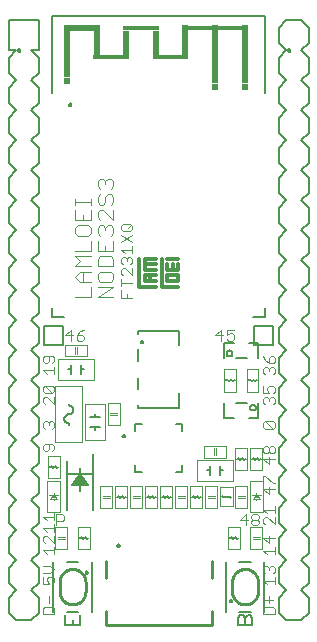
<source format=gto>
G75*
%MOIN*%
%OFA0B0*%
%FSLAX25Y25*%
%IPPOS*%
%LPD*%
%AMOC8*
5,1,8,0,0,1.08239X$1,22.5*
%
%ADD10C,0.00300*%
%ADD11C,0.00400*%
%ADD12C,0.00700*%
%ADD13C,0.00787*%
%ADD14C,0.00800*%
%ADD15C,0.01000*%
%ADD16C,0.00500*%
%ADD17C,0.00100*%
%ADD18C,0.00394*%
%ADD19C,0.00600*%
%ADD20C,0.01200*%
%ADD21R,0.02117X0.17521*%
%ADD22R,0.11867X0.01867*%
%ADD23R,0.02062X0.09639*%
%ADD24R,0.11874X0.01831*%
%ADD25R,0.02025X0.09616*%
%ADD26R,0.11856X0.01752*%
%ADD27R,0.01978X0.09612*%
%ADD28R,0.11822X0.01704*%
%ADD29R,0.01923X0.09572*%
%ADD30R,0.21593X0.01805*%
%ADD31R,0.01867X0.19540*%
%ADD32R,0.01900X0.19531*%
%ADD33R,0.01878X0.01846*%
%ADD34R,0.01913X0.01851*%
%ADD35R,0.02056X0.01859*%
%ADD36R,0.01931X0.05650*%
D10*
X0015697Y0007209D02*
X0015697Y0009060D01*
X0016314Y0009677D01*
X0018783Y0009677D01*
X0019400Y0009060D01*
X0019400Y0007209D01*
X0015697Y0007209D01*
X0017548Y0010892D02*
X0017548Y0013361D01*
X0017548Y0017209D02*
X0015697Y0017209D01*
X0015697Y0019677D01*
X0015697Y0020892D02*
X0018166Y0020892D01*
X0019400Y0022126D01*
X0018166Y0023361D01*
X0015697Y0023361D01*
X0016931Y0027209D02*
X0015697Y0028443D01*
X0019400Y0028443D01*
X0019400Y0027209D02*
X0019400Y0029677D01*
X0019400Y0030892D02*
X0016931Y0033361D01*
X0016314Y0033361D01*
X0015697Y0032743D01*
X0015697Y0031509D01*
X0016314Y0030892D01*
X0019400Y0030892D02*
X0019400Y0033361D01*
X0019400Y0034709D02*
X0019400Y0037177D01*
X0020142Y0036825D02*
X0020142Y0040528D01*
X0021993Y0040528D01*
X0022611Y0039911D01*
X0022611Y0038677D01*
X0021993Y0038059D01*
X0020142Y0038059D01*
X0019400Y0038392D02*
X0019400Y0040861D01*
X0019400Y0039626D02*
X0015697Y0039626D01*
X0016931Y0038392D01*
X0015697Y0035943D02*
X0019400Y0035943D01*
X0016931Y0034709D02*
X0015697Y0035943D01*
X0017548Y0019677D02*
X0016931Y0019060D01*
X0016931Y0018443D01*
X0017548Y0017209D01*
X0018783Y0017209D02*
X0019400Y0017826D01*
X0019400Y0019060D01*
X0018783Y0019677D01*
X0017548Y0019677D01*
X0016931Y0061517D02*
X0017548Y0062134D01*
X0017548Y0063986D01*
X0016314Y0063986D02*
X0015697Y0063368D01*
X0015697Y0062134D01*
X0016314Y0061517D01*
X0016931Y0061517D01*
X0016314Y0063986D02*
X0018783Y0063986D01*
X0019400Y0063368D01*
X0019400Y0062134D01*
X0018783Y0061517D01*
X0018783Y0069017D02*
X0019400Y0069634D01*
X0019400Y0070868D01*
X0018783Y0071486D01*
X0018166Y0071486D01*
X0017548Y0070868D01*
X0017548Y0070251D01*
X0017548Y0070868D02*
X0016931Y0071486D01*
X0016314Y0071486D01*
X0015697Y0070868D01*
X0015697Y0069634D01*
X0016314Y0069017D01*
X0016314Y0077209D02*
X0015697Y0077826D01*
X0015697Y0079060D01*
X0016314Y0079677D01*
X0016931Y0079677D01*
X0019400Y0077209D01*
X0019400Y0079677D01*
X0018783Y0080892D02*
X0016314Y0083361D01*
X0018783Y0083361D01*
X0019400Y0082743D01*
X0019400Y0081509D01*
X0018783Y0080892D01*
X0016314Y0080892D01*
X0015697Y0081509D01*
X0015697Y0082743D01*
X0016314Y0083361D01*
X0016931Y0087209D02*
X0015697Y0088443D01*
X0019400Y0088443D01*
X0019400Y0087209D02*
X0019400Y0089677D01*
X0018783Y0090892D02*
X0019400Y0091509D01*
X0019400Y0092743D01*
X0018783Y0093361D01*
X0016314Y0093361D01*
X0015697Y0092743D01*
X0015697Y0091509D01*
X0016314Y0090892D01*
X0016931Y0090892D01*
X0017548Y0091509D01*
X0017548Y0093361D01*
X0023200Y0100177D02*
X0025669Y0100177D01*
X0026883Y0100177D02*
X0028735Y0100177D01*
X0029352Y0099559D01*
X0029352Y0098942D01*
X0028735Y0098325D01*
X0027500Y0098325D01*
X0026883Y0098942D01*
X0026883Y0100177D01*
X0028118Y0101411D01*
X0029352Y0102028D01*
X0025052Y0102028D02*
X0025052Y0098325D01*
X0023200Y0100177D02*
X0025052Y0102028D01*
X0041697Y0112700D02*
X0041697Y0115169D01*
X0041697Y0116383D02*
X0041697Y0118852D01*
X0041697Y0117618D02*
X0045400Y0117618D01*
X0043548Y0113934D02*
X0043548Y0112700D01*
X0041697Y0112700D02*
X0045400Y0112700D01*
X0045400Y0120066D02*
X0042931Y0122535D01*
X0042314Y0122535D01*
X0041697Y0121918D01*
X0041697Y0120683D01*
X0042314Y0120066D01*
X0042314Y0123749D02*
X0041697Y0124367D01*
X0041697Y0125601D01*
X0042314Y0126218D01*
X0042931Y0126218D01*
X0043548Y0125601D01*
X0044166Y0126218D01*
X0044783Y0126218D01*
X0045400Y0125601D01*
X0045400Y0124367D01*
X0044783Y0123749D01*
X0045400Y0122535D02*
X0045400Y0120066D01*
X0043548Y0124984D02*
X0043548Y0125601D01*
X0042931Y0127433D02*
X0041697Y0128667D01*
X0045400Y0128667D01*
X0045400Y0127433D02*
X0045400Y0129901D01*
X0045400Y0131116D02*
X0041697Y0133584D01*
X0042314Y0134799D02*
X0041697Y0135416D01*
X0041697Y0136650D01*
X0042314Y0137268D01*
X0044783Y0137268D01*
X0045400Y0136650D01*
X0045400Y0135416D01*
X0044783Y0134799D01*
X0042314Y0134799D01*
X0044166Y0136033D02*
X0045400Y0137268D01*
X0045400Y0133584D02*
X0041697Y0131116D01*
X0073200Y0100177D02*
X0075669Y0100177D01*
X0076883Y0100177D02*
X0076883Y0102028D01*
X0079352Y0102028D01*
X0078735Y0100794D02*
X0079352Y0100177D01*
X0079352Y0098942D01*
X0078735Y0098325D01*
X0077500Y0098325D01*
X0076883Y0098942D01*
X0076883Y0100177D02*
X0078118Y0100794D01*
X0078735Y0100794D01*
X0075052Y0102028D02*
X0075052Y0098325D01*
X0073200Y0100177D02*
X0075052Y0102028D01*
X0089197Y0093227D02*
X0089814Y0091993D01*
X0091048Y0090758D01*
X0091048Y0092610D01*
X0091666Y0093227D01*
X0092283Y0093227D01*
X0092900Y0092610D01*
X0092900Y0091375D01*
X0092283Y0090758D01*
X0091048Y0090758D01*
X0090431Y0089544D02*
X0089814Y0089544D01*
X0089197Y0088927D01*
X0089197Y0087692D01*
X0089814Y0087075D01*
X0091048Y0088309D02*
X0091048Y0088927D01*
X0091666Y0089544D01*
X0092283Y0089544D01*
X0092900Y0088927D01*
X0092900Y0087692D01*
X0092283Y0087075D01*
X0091048Y0088927D02*
X0090431Y0089544D01*
X0091048Y0083227D02*
X0092283Y0083227D01*
X0092900Y0082610D01*
X0092900Y0081375D01*
X0092283Y0080758D01*
X0092283Y0079544D02*
X0092900Y0078927D01*
X0092900Y0077692D01*
X0092283Y0077075D01*
X0091048Y0078309D02*
X0091048Y0078927D01*
X0091666Y0079544D01*
X0092283Y0079544D01*
X0091048Y0078927D02*
X0090431Y0079544D01*
X0089814Y0079544D01*
X0089197Y0078927D01*
X0089197Y0077692D01*
X0089814Y0077075D01*
X0089197Y0080758D02*
X0091048Y0080758D01*
X0090431Y0081993D01*
X0090431Y0082610D01*
X0091048Y0083227D01*
X0089197Y0083227D02*
X0089197Y0080758D01*
X0089814Y0071419D02*
X0092283Y0068950D01*
X0092900Y0069567D01*
X0092900Y0070802D01*
X0092283Y0071419D01*
X0089814Y0071419D01*
X0089197Y0070802D01*
X0089197Y0069567D01*
X0089814Y0068950D01*
X0092283Y0068950D01*
X0092283Y0063227D02*
X0092900Y0062610D01*
X0092900Y0061375D01*
X0092283Y0060758D01*
X0091666Y0060758D01*
X0091048Y0061375D01*
X0091048Y0062610D01*
X0091666Y0063227D01*
X0092283Y0063227D01*
X0091048Y0062610D02*
X0090431Y0063227D01*
X0089814Y0063227D01*
X0089197Y0062610D01*
X0089197Y0061375D01*
X0089814Y0060758D01*
X0090431Y0060758D01*
X0091048Y0061375D01*
X0091048Y0059544D02*
X0091048Y0057075D01*
X0089197Y0058927D01*
X0092900Y0058927D01*
X0089814Y0053227D02*
X0092283Y0050758D01*
X0092900Y0050758D01*
X0092900Y0048927D02*
X0089197Y0048927D01*
X0091048Y0047075D01*
X0091048Y0049544D01*
X0089197Y0050758D02*
X0089197Y0053227D01*
X0089814Y0053227D01*
X0092900Y0043227D02*
X0092900Y0040758D01*
X0092900Y0039544D02*
X0092900Y0037075D01*
X0090431Y0039544D01*
X0089814Y0039544D01*
X0089197Y0038927D01*
X0089197Y0037692D01*
X0089814Y0037075D01*
X0087611Y0037442D02*
X0086993Y0036825D01*
X0085759Y0036825D01*
X0085142Y0037442D01*
X0085142Y0038059D01*
X0085759Y0038677D01*
X0086993Y0038677D01*
X0087611Y0038059D01*
X0087611Y0037442D01*
X0086993Y0038677D02*
X0087611Y0039294D01*
X0087611Y0039911D01*
X0086993Y0040528D01*
X0085759Y0040528D01*
X0085142Y0039911D01*
X0085142Y0039294D01*
X0085759Y0038677D01*
X0083927Y0038677D02*
X0081459Y0038677D01*
X0083310Y0040528D01*
X0083310Y0036825D01*
X0089197Y0032610D02*
X0091048Y0030758D01*
X0091048Y0033227D01*
X0089197Y0032610D02*
X0092900Y0032610D01*
X0092900Y0029544D02*
X0092900Y0027075D01*
X0092900Y0028309D02*
X0089197Y0028309D01*
X0090431Y0027075D01*
X0090431Y0023227D02*
X0089814Y0023227D01*
X0089197Y0022610D01*
X0089197Y0021375D01*
X0089814Y0020758D01*
X0091048Y0021993D02*
X0091048Y0022610D01*
X0091666Y0023227D01*
X0092283Y0023227D01*
X0092900Y0022610D01*
X0092900Y0021375D01*
X0092283Y0020758D01*
X0092900Y0019544D02*
X0092900Y0017075D01*
X0092900Y0018309D02*
X0089197Y0018309D01*
X0090431Y0017075D01*
X0091048Y0013227D02*
X0091048Y0010758D01*
X0089814Y0009544D02*
X0089197Y0008927D01*
X0089197Y0007075D01*
X0092900Y0007075D01*
X0092900Y0008927D01*
X0092283Y0009544D01*
X0089814Y0009544D01*
X0089814Y0011993D02*
X0092283Y0011993D01*
X0091048Y0022610D02*
X0090431Y0023227D01*
X0090431Y0040758D02*
X0089197Y0041993D01*
X0092900Y0041993D01*
D11*
X0039100Y0112750D02*
X0033896Y0112750D01*
X0039100Y0116220D01*
X0033896Y0116220D01*
X0034763Y0117906D02*
X0033896Y0118774D01*
X0033896Y0120509D01*
X0034763Y0121376D01*
X0038233Y0121376D01*
X0039100Y0120509D01*
X0039100Y0118774D01*
X0038233Y0117906D01*
X0034763Y0117906D01*
X0033896Y0123063D02*
X0033896Y0125665D01*
X0034763Y0126532D01*
X0038233Y0126532D01*
X0039100Y0125665D01*
X0039100Y0123063D01*
X0033896Y0123063D01*
X0031600Y0123063D02*
X0026396Y0123063D01*
X0028130Y0124798D01*
X0026396Y0126532D01*
X0031600Y0126532D01*
X0031600Y0128219D02*
X0031600Y0131689D01*
X0030733Y0133376D02*
X0031600Y0134243D01*
X0031600Y0135978D01*
X0030733Y0136845D01*
X0027263Y0136845D01*
X0026396Y0135978D01*
X0026396Y0134243D01*
X0027263Y0133376D01*
X0030733Y0133376D01*
X0031600Y0138532D02*
X0031600Y0142002D01*
X0031600Y0143688D02*
X0031600Y0145423D01*
X0031600Y0144556D02*
X0026396Y0144556D01*
X0026396Y0145423D02*
X0026396Y0143688D01*
X0026396Y0142002D02*
X0026396Y0138532D01*
X0031600Y0138532D01*
X0033896Y0139399D02*
X0033896Y0141134D01*
X0034763Y0142002D01*
X0035630Y0142002D01*
X0039100Y0138532D01*
X0039100Y0142002D01*
X0038233Y0143688D02*
X0039100Y0144556D01*
X0039100Y0146291D01*
X0038233Y0147158D01*
X0037365Y0147158D01*
X0036498Y0146291D01*
X0036498Y0144556D01*
X0035630Y0143688D01*
X0034763Y0143688D01*
X0033896Y0144556D01*
X0033896Y0146291D01*
X0034763Y0147158D01*
X0034763Y0148845D02*
X0033896Y0149712D01*
X0033896Y0151447D01*
X0034763Y0152314D01*
X0035630Y0152314D01*
X0036498Y0151447D01*
X0037365Y0152314D01*
X0038233Y0152314D01*
X0039100Y0151447D01*
X0039100Y0149712D01*
X0038233Y0148845D01*
X0036498Y0150580D02*
X0036498Y0151447D01*
X0033896Y0139399D02*
X0034763Y0138532D01*
X0034763Y0136845D02*
X0035630Y0136845D01*
X0036498Y0135978D01*
X0037365Y0136845D01*
X0038233Y0136845D01*
X0039100Y0135978D01*
X0039100Y0134243D01*
X0038233Y0133376D01*
X0039100Y0131689D02*
X0039100Y0128219D01*
X0033896Y0128219D01*
X0033896Y0131689D01*
X0034763Y0133376D02*
X0033896Y0134243D01*
X0033896Y0135978D01*
X0034763Y0136845D01*
X0036498Y0135978D02*
X0036498Y0135110D01*
X0036498Y0129954D02*
X0036498Y0128219D01*
X0031600Y0128219D02*
X0026396Y0128219D01*
X0028130Y0121376D02*
X0031600Y0121376D01*
X0031600Y0117906D02*
X0028130Y0117906D01*
X0026396Y0119641D01*
X0028130Y0121376D01*
X0028998Y0121376D02*
X0028998Y0117906D01*
X0031600Y0116220D02*
X0031600Y0112750D01*
X0026396Y0112750D01*
X0028998Y0138532D02*
X0028998Y0140267D01*
D12*
X0028012Y0006794D02*
X0028012Y0003525D01*
X0023108Y0003525D01*
X0023108Y0006794D01*
X0025560Y0005160D02*
X0025560Y0003525D01*
X0080608Y0003525D02*
X0080608Y0005977D01*
X0081426Y0006794D01*
X0082243Y0006794D01*
X0083060Y0005977D01*
X0083060Y0003525D01*
X0083060Y0005977D02*
X0083878Y0006794D01*
X0084695Y0006794D01*
X0085513Y0005977D01*
X0085513Y0003525D01*
X0080608Y0003525D01*
D13*
X0077932Y0011576D02*
X0077934Y0011615D01*
X0077940Y0011654D01*
X0077950Y0011692D01*
X0077963Y0011729D01*
X0077980Y0011764D01*
X0078000Y0011798D01*
X0078024Y0011829D01*
X0078051Y0011858D01*
X0078080Y0011884D01*
X0078112Y0011907D01*
X0078146Y0011927D01*
X0078182Y0011943D01*
X0078219Y0011955D01*
X0078258Y0011964D01*
X0078297Y0011969D01*
X0078336Y0011970D01*
X0078375Y0011967D01*
X0078414Y0011960D01*
X0078451Y0011949D01*
X0078488Y0011935D01*
X0078523Y0011917D01*
X0078556Y0011896D01*
X0078587Y0011871D01*
X0078615Y0011844D01*
X0078640Y0011814D01*
X0078662Y0011781D01*
X0078681Y0011747D01*
X0078696Y0011711D01*
X0078708Y0011673D01*
X0078716Y0011635D01*
X0078720Y0011596D01*
X0078720Y0011556D01*
X0078716Y0011517D01*
X0078708Y0011479D01*
X0078696Y0011441D01*
X0078681Y0011405D01*
X0078662Y0011371D01*
X0078640Y0011338D01*
X0078615Y0011308D01*
X0078587Y0011281D01*
X0078556Y0011256D01*
X0078523Y0011235D01*
X0078488Y0011217D01*
X0078451Y0011203D01*
X0078414Y0011192D01*
X0078375Y0011185D01*
X0078336Y0011182D01*
X0078297Y0011183D01*
X0078258Y0011188D01*
X0078219Y0011197D01*
X0078182Y0011209D01*
X0078146Y0011225D01*
X0078112Y0011245D01*
X0078080Y0011268D01*
X0078051Y0011294D01*
X0078024Y0011323D01*
X0078000Y0011354D01*
X0077980Y0011388D01*
X0077963Y0011423D01*
X0077950Y0011460D01*
X0077940Y0011498D01*
X0077934Y0011537D01*
X0077932Y0011576D01*
X0042193Y0066487D02*
X0042195Y0066526D01*
X0042201Y0066565D01*
X0042211Y0066603D01*
X0042224Y0066640D01*
X0042241Y0066675D01*
X0042261Y0066709D01*
X0042285Y0066740D01*
X0042312Y0066769D01*
X0042341Y0066795D01*
X0042373Y0066818D01*
X0042407Y0066838D01*
X0042443Y0066854D01*
X0042480Y0066866D01*
X0042519Y0066875D01*
X0042558Y0066880D01*
X0042597Y0066881D01*
X0042636Y0066878D01*
X0042675Y0066871D01*
X0042712Y0066860D01*
X0042749Y0066846D01*
X0042784Y0066828D01*
X0042817Y0066807D01*
X0042848Y0066782D01*
X0042876Y0066755D01*
X0042901Y0066725D01*
X0042923Y0066692D01*
X0042942Y0066658D01*
X0042957Y0066622D01*
X0042969Y0066584D01*
X0042977Y0066546D01*
X0042981Y0066507D01*
X0042981Y0066467D01*
X0042977Y0066428D01*
X0042969Y0066390D01*
X0042957Y0066352D01*
X0042942Y0066316D01*
X0042923Y0066282D01*
X0042901Y0066249D01*
X0042876Y0066219D01*
X0042848Y0066192D01*
X0042817Y0066167D01*
X0042784Y0066146D01*
X0042749Y0066128D01*
X0042712Y0066114D01*
X0042675Y0066103D01*
X0042636Y0066096D01*
X0042597Y0066093D01*
X0042558Y0066094D01*
X0042519Y0066099D01*
X0042480Y0066108D01*
X0042443Y0066120D01*
X0042407Y0066136D01*
X0042373Y0066156D01*
X0042341Y0066179D01*
X0042312Y0066205D01*
X0042285Y0066234D01*
X0042261Y0066265D01*
X0042241Y0066299D01*
X0042224Y0066334D01*
X0042211Y0066371D01*
X0042201Y0066409D01*
X0042195Y0066448D01*
X0042193Y0066487D01*
X0048296Y0097855D02*
X0048298Y0097894D01*
X0048304Y0097933D01*
X0048314Y0097971D01*
X0048327Y0098008D01*
X0048344Y0098043D01*
X0048364Y0098077D01*
X0048388Y0098108D01*
X0048415Y0098137D01*
X0048444Y0098163D01*
X0048476Y0098186D01*
X0048510Y0098206D01*
X0048546Y0098222D01*
X0048583Y0098234D01*
X0048622Y0098243D01*
X0048661Y0098248D01*
X0048700Y0098249D01*
X0048739Y0098246D01*
X0048778Y0098239D01*
X0048815Y0098228D01*
X0048852Y0098214D01*
X0048887Y0098196D01*
X0048920Y0098175D01*
X0048951Y0098150D01*
X0048979Y0098123D01*
X0049004Y0098093D01*
X0049026Y0098060D01*
X0049045Y0098026D01*
X0049060Y0097990D01*
X0049072Y0097952D01*
X0049080Y0097914D01*
X0049084Y0097875D01*
X0049084Y0097835D01*
X0049080Y0097796D01*
X0049072Y0097758D01*
X0049060Y0097720D01*
X0049045Y0097684D01*
X0049026Y0097650D01*
X0049004Y0097617D01*
X0048979Y0097587D01*
X0048951Y0097560D01*
X0048920Y0097535D01*
X0048887Y0097514D01*
X0048852Y0097496D01*
X0048815Y0097482D01*
X0048778Y0097471D01*
X0048739Y0097464D01*
X0048700Y0097461D01*
X0048661Y0097462D01*
X0048622Y0097467D01*
X0048583Y0097476D01*
X0048546Y0097488D01*
X0048510Y0097504D01*
X0048476Y0097524D01*
X0048444Y0097547D01*
X0048415Y0097573D01*
X0048388Y0097602D01*
X0048364Y0097633D01*
X0048344Y0097667D01*
X0048327Y0097702D01*
X0048314Y0097739D01*
X0048304Y0097777D01*
X0048298Y0097816D01*
X0048296Y0097855D01*
X0040520Y0030050D02*
X0040522Y0030089D01*
X0040528Y0030128D01*
X0040538Y0030166D01*
X0040551Y0030203D01*
X0040568Y0030238D01*
X0040588Y0030272D01*
X0040612Y0030303D01*
X0040639Y0030332D01*
X0040668Y0030358D01*
X0040700Y0030381D01*
X0040734Y0030401D01*
X0040770Y0030417D01*
X0040807Y0030429D01*
X0040846Y0030438D01*
X0040885Y0030443D01*
X0040924Y0030444D01*
X0040963Y0030441D01*
X0041002Y0030434D01*
X0041039Y0030423D01*
X0041076Y0030409D01*
X0041111Y0030391D01*
X0041144Y0030370D01*
X0041175Y0030345D01*
X0041203Y0030318D01*
X0041228Y0030288D01*
X0041250Y0030255D01*
X0041269Y0030221D01*
X0041284Y0030185D01*
X0041296Y0030147D01*
X0041304Y0030109D01*
X0041308Y0030070D01*
X0041308Y0030030D01*
X0041304Y0029991D01*
X0041296Y0029953D01*
X0041284Y0029915D01*
X0041269Y0029879D01*
X0041250Y0029845D01*
X0041228Y0029812D01*
X0041203Y0029782D01*
X0041175Y0029755D01*
X0041144Y0029730D01*
X0041111Y0029709D01*
X0041076Y0029691D01*
X0041039Y0029677D01*
X0041002Y0029666D01*
X0040963Y0029659D01*
X0040924Y0029656D01*
X0040885Y0029657D01*
X0040846Y0029662D01*
X0040807Y0029671D01*
X0040770Y0029683D01*
X0040734Y0029699D01*
X0040700Y0029719D01*
X0040668Y0029742D01*
X0040639Y0029768D01*
X0040612Y0029797D01*
X0040588Y0029828D01*
X0040568Y0029862D01*
X0040551Y0029897D01*
X0040538Y0029934D01*
X0040528Y0029972D01*
X0040522Y0030011D01*
X0040520Y0030050D01*
X0029880Y0021024D02*
X0029882Y0021063D01*
X0029888Y0021102D01*
X0029898Y0021140D01*
X0029911Y0021177D01*
X0029928Y0021212D01*
X0029948Y0021246D01*
X0029972Y0021277D01*
X0029999Y0021306D01*
X0030028Y0021332D01*
X0030060Y0021355D01*
X0030094Y0021375D01*
X0030130Y0021391D01*
X0030167Y0021403D01*
X0030206Y0021412D01*
X0030245Y0021417D01*
X0030284Y0021418D01*
X0030323Y0021415D01*
X0030362Y0021408D01*
X0030399Y0021397D01*
X0030436Y0021383D01*
X0030471Y0021365D01*
X0030504Y0021344D01*
X0030535Y0021319D01*
X0030563Y0021292D01*
X0030588Y0021262D01*
X0030610Y0021229D01*
X0030629Y0021195D01*
X0030644Y0021159D01*
X0030656Y0021121D01*
X0030664Y0021083D01*
X0030668Y0021044D01*
X0030668Y0021004D01*
X0030664Y0020965D01*
X0030656Y0020927D01*
X0030644Y0020889D01*
X0030629Y0020853D01*
X0030610Y0020819D01*
X0030588Y0020786D01*
X0030563Y0020756D01*
X0030535Y0020729D01*
X0030504Y0020704D01*
X0030471Y0020683D01*
X0030436Y0020665D01*
X0030399Y0020651D01*
X0030362Y0020640D01*
X0030323Y0020633D01*
X0030284Y0020630D01*
X0030245Y0020631D01*
X0030206Y0020636D01*
X0030167Y0020645D01*
X0030130Y0020657D01*
X0030094Y0020673D01*
X0030060Y0020693D01*
X0030028Y0020716D01*
X0029999Y0020742D01*
X0029972Y0020771D01*
X0029948Y0020802D01*
X0029928Y0020836D01*
X0029911Y0020871D01*
X0029898Y0020908D01*
X0029888Y0020946D01*
X0029882Y0020985D01*
X0029880Y0021024D01*
X0024378Y0177009D02*
X0024380Y0177048D01*
X0024386Y0177087D01*
X0024396Y0177125D01*
X0024409Y0177162D01*
X0024426Y0177197D01*
X0024446Y0177231D01*
X0024470Y0177262D01*
X0024497Y0177291D01*
X0024526Y0177317D01*
X0024558Y0177340D01*
X0024592Y0177360D01*
X0024628Y0177376D01*
X0024665Y0177388D01*
X0024704Y0177397D01*
X0024743Y0177402D01*
X0024782Y0177403D01*
X0024821Y0177400D01*
X0024860Y0177393D01*
X0024897Y0177382D01*
X0024934Y0177368D01*
X0024969Y0177350D01*
X0025002Y0177329D01*
X0025033Y0177304D01*
X0025061Y0177277D01*
X0025086Y0177247D01*
X0025108Y0177214D01*
X0025127Y0177180D01*
X0025142Y0177144D01*
X0025154Y0177106D01*
X0025162Y0177068D01*
X0025166Y0177029D01*
X0025166Y0176989D01*
X0025162Y0176950D01*
X0025154Y0176912D01*
X0025142Y0176874D01*
X0025127Y0176838D01*
X0025108Y0176804D01*
X0025086Y0176771D01*
X0025061Y0176741D01*
X0025033Y0176714D01*
X0025002Y0176689D01*
X0024969Y0176668D01*
X0024934Y0176650D01*
X0024897Y0176636D01*
X0024860Y0176625D01*
X0024821Y0176618D01*
X0024782Y0176615D01*
X0024743Y0176616D01*
X0024704Y0176621D01*
X0024665Y0176630D01*
X0024628Y0176642D01*
X0024592Y0176658D01*
X0024558Y0176678D01*
X0024526Y0176701D01*
X0024497Y0176727D01*
X0024470Y0176756D01*
X0024446Y0176787D01*
X0024426Y0176821D01*
X0024409Y0176856D01*
X0024396Y0176893D01*
X0024386Y0176931D01*
X0024380Y0176970D01*
X0024378Y0177009D01*
X0007343Y0195050D02*
X0007345Y0195089D01*
X0007351Y0195128D01*
X0007361Y0195166D01*
X0007374Y0195203D01*
X0007391Y0195238D01*
X0007411Y0195272D01*
X0007435Y0195303D01*
X0007462Y0195332D01*
X0007491Y0195358D01*
X0007523Y0195381D01*
X0007557Y0195401D01*
X0007593Y0195417D01*
X0007630Y0195429D01*
X0007669Y0195438D01*
X0007708Y0195443D01*
X0007747Y0195444D01*
X0007786Y0195441D01*
X0007825Y0195434D01*
X0007862Y0195423D01*
X0007899Y0195409D01*
X0007934Y0195391D01*
X0007967Y0195370D01*
X0007998Y0195345D01*
X0008026Y0195318D01*
X0008051Y0195288D01*
X0008073Y0195255D01*
X0008092Y0195221D01*
X0008107Y0195185D01*
X0008119Y0195147D01*
X0008127Y0195109D01*
X0008131Y0195070D01*
X0008131Y0195030D01*
X0008127Y0194991D01*
X0008119Y0194953D01*
X0008107Y0194915D01*
X0008092Y0194879D01*
X0008073Y0194845D01*
X0008051Y0194812D01*
X0008026Y0194782D01*
X0007998Y0194755D01*
X0007967Y0194730D01*
X0007934Y0194709D01*
X0007899Y0194691D01*
X0007862Y0194677D01*
X0007825Y0194666D01*
X0007786Y0194659D01*
X0007747Y0194656D01*
X0007708Y0194657D01*
X0007669Y0194662D01*
X0007630Y0194671D01*
X0007593Y0194683D01*
X0007557Y0194699D01*
X0007523Y0194719D01*
X0007491Y0194742D01*
X0007462Y0194768D01*
X0007435Y0194797D01*
X0007411Y0194828D01*
X0007391Y0194862D01*
X0007374Y0194897D01*
X0007361Y0194934D01*
X0007351Y0194972D01*
X0007345Y0195011D01*
X0007343Y0195050D01*
X0097343Y0195050D02*
X0097345Y0195089D01*
X0097351Y0195128D01*
X0097361Y0195166D01*
X0097374Y0195203D01*
X0097391Y0195238D01*
X0097411Y0195272D01*
X0097435Y0195303D01*
X0097462Y0195332D01*
X0097491Y0195358D01*
X0097523Y0195381D01*
X0097557Y0195401D01*
X0097593Y0195417D01*
X0097630Y0195429D01*
X0097669Y0195438D01*
X0097708Y0195443D01*
X0097747Y0195444D01*
X0097786Y0195441D01*
X0097825Y0195434D01*
X0097862Y0195423D01*
X0097899Y0195409D01*
X0097934Y0195391D01*
X0097967Y0195370D01*
X0097998Y0195345D01*
X0098026Y0195318D01*
X0098051Y0195288D01*
X0098073Y0195255D01*
X0098092Y0195221D01*
X0098107Y0195185D01*
X0098119Y0195147D01*
X0098127Y0195109D01*
X0098131Y0195070D01*
X0098131Y0195030D01*
X0098127Y0194991D01*
X0098119Y0194953D01*
X0098107Y0194915D01*
X0098092Y0194879D01*
X0098073Y0194845D01*
X0098051Y0194812D01*
X0098026Y0194782D01*
X0097998Y0194755D01*
X0097967Y0194730D01*
X0097934Y0194709D01*
X0097899Y0194691D01*
X0097862Y0194677D01*
X0097825Y0194666D01*
X0097786Y0194659D01*
X0097747Y0194656D01*
X0097708Y0194657D01*
X0097669Y0194662D01*
X0097630Y0194671D01*
X0097593Y0194683D01*
X0097557Y0194699D01*
X0097523Y0194719D01*
X0097491Y0194742D01*
X0097462Y0194768D01*
X0097435Y0194797D01*
X0097411Y0194828D01*
X0097391Y0194862D01*
X0097374Y0194897D01*
X0097361Y0194934D01*
X0097351Y0194972D01*
X0097345Y0195011D01*
X0097343Y0195050D01*
D14*
X0004300Y0007550D02*
X0006800Y0005050D01*
X0011800Y0005050D01*
X0014300Y0007550D01*
X0014300Y0012550D01*
X0011800Y0015050D01*
X0014300Y0017550D01*
X0014300Y0022550D01*
X0011800Y0025050D01*
X0014300Y0027550D01*
X0014300Y0032550D01*
X0011800Y0035050D01*
X0014300Y0037550D01*
X0014300Y0042550D01*
X0011800Y0045050D01*
X0014300Y0047550D01*
X0014300Y0052550D01*
X0011800Y0055050D01*
X0014300Y0057550D01*
X0014300Y0062550D01*
X0011800Y0065050D01*
X0014300Y0067550D01*
X0014300Y0072550D01*
X0011800Y0075050D01*
X0014300Y0077550D01*
X0014300Y0082550D01*
X0011800Y0085050D01*
X0014300Y0087550D01*
X0014300Y0092550D01*
X0011800Y0095050D01*
X0014300Y0097550D01*
X0014300Y0102550D01*
X0011800Y0105050D01*
X0014300Y0107550D01*
X0014300Y0112550D01*
X0011800Y0115050D01*
X0014300Y0117550D01*
X0014300Y0122550D01*
X0011800Y0125050D01*
X0014300Y0127550D01*
X0014300Y0132550D01*
X0011800Y0135050D01*
X0014300Y0137550D01*
X0014300Y0142550D01*
X0011800Y0145050D01*
X0014300Y0147550D01*
X0014300Y0152550D01*
X0011800Y0155050D01*
X0014300Y0157550D01*
X0014300Y0162550D01*
X0011800Y0165050D01*
X0014300Y0167550D01*
X0014300Y0172550D01*
X0011800Y0175050D01*
X0014300Y0177550D01*
X0014300Y0182550D01*
X0011800Y0185050D01*
X0014300Y0187550D01*
X0014300Y0192550D01*
X0011800Y0195050D01*
X0014300Y0195050D01*
X0014300Y0205050D01*
X0011800Y0205050D01*
X0006800Y0205050D01*
X0004300Y0205050D01*
X0004300Y0195050D01*
X0006800Y0195050D01*
X0004300Y0192550D01*
X0004300Y0187550D01*
X0006800Y0185050D01*
X0004300Y0182550D01*
X0004300Y0177550D01*
X0006800Y0175050D01*
X0004300Y0172550D01*
X0004300Y0167550D01*
X0006800Y0165050D01*
X0004300Y0162550D01*
X0004300Y0157550D01*
X0006800Y0155050D01*
X0004300Y0152550D01*
X0004300Y0147550D01*
X0006800Y0145050D01*
X0004300Y0142550D01*
X0004300Y0137550D01*
X0006800Y0135050D01*
X0004300Y0132550D01*
X0004300Y0127550D01*
X0006800Y0125050D01*
X0004300Y0122550D01*
X0004300Y0117550D01*
X0006800Y0115050D01*
X0004300Y0112550D01*
X0004300Y0107550D01*
X0006800Y0105050D01*
X0004300Y0102550D01*
X0004300Y0097550D01*
X0006800Y0095050D01*
X0004300Y0092550D01*
X0004300Y0087550D01*
X0006800Y0085050D01*
X0004300Y0082550D01*
X0004300Y0077550D01*
X0006800Y0075050D01*
X0004300Y0072550D01*
X0004300Y0067550D01*
X0006800Y0065050D01*
X0004300Y0062550D01*
X0004300Y0057550D01*
X0006800Y0055050D01*
X0004300Y0052550D01*
X0004300Y0047550D01*
X0006800Y0045050D01*
X0004300Y0042550D01*
X0004300Y0037550D01*
X0006800Y0035050D01*
X0004300Y0032550D01*
X0004300Y0027550D01*
X0006800Y0025050D01*
X0004300Y0022550D01*
X0004300Y0017550D01*
X0006800Y0015050D01*
X0004300Y0012550D01*
X0004300Y0007550D01*
X0094300Y0007550D02*
X0096800Y0005050D01*
X0101800Y0005050D01*
X0104300Y0007550D01*
X0104300Y0012550D01*
X0101800Y0015050D01*
X0104300Y0017550D01*
X0104300Y0022550D01*
X0101800Y0025050D01*
X0104300Y0027550D01*
X0104300Y0032550D01*
X0101800Y0035050D01*
X0104300Y0037550D01*
X0104300Y0042550D01*
X0101800Y0045050D01*
X0104300Y0047550D01*
X0104300Y0052550D01*
X0101800Y0055050D01*
X0104300Y0057550D01*
X0104300Y0062550D01*
X0101800Y0065050D01*
X0104300Y0067550D01*
X0104300Y0072550D01*
X0101800Y0075050D01*
X0104300Y0077550D01*
X0104300Y0082550D01*
X0101800Y0085050D01*
X0104300Y0087550D01*
X0104300Y0092550D01*
X0101800Y0095050D01*
X0104300Y0097550D01*
X0104300Y0102550D01*
X0101800Y0105050D01*
X0104300Y0107550D01*
X0104300Y0112550D01*
X0101800Y0115050D01*
X0104300Y0117550D01*
X0104300Y0122550D01*
X0101800Y0125050D01*
X0104300Y0127550D01*
X0104300Y0132550D01*
X0101800Y0135050D01*
X0104300Y0137550D01*
X0104300Y0142550D01*
X0101800Y0145050D01*
X0104300Y0147550D01*
X0104300Y0152550D01*
X0101800Y0155050D01*
X0104300Y0157550D01*
X0104300Y0162550D01*
X0101800Y0165050D01*
X0104300Y0167550D01*
X0104300Y0172550D01*
X0101800Y0175050D01*
X0104300Y0177550D01*
X0104300Y0182550D01*
X0101800Y0185050D01*
X0104300Y0187550D01*
X0104300Y0192550D01*
X0101800Y0195050D01*
X0104300Y0197550D01*
X0104300Y0202550D01*
X0101800Y0205050D01*
X0096800Y0205050D01*
X0094300Y0202550D01*
X0094300Y0197550D01*
X0096800Y0195050D01*
X0094300Y0192550D01*
X0094300Y0187550D01*
X0096800Y0185050D01*
X0094300Y0182550D01*
X0094300Y0177550D01*
X0096800Y0175050D01*
X0094300Y0172550D01*
X0094300Y0167550D01*
X0096800Y0165050D01*
X0094300Y0162550D01*
X0094300Y0157550D01*
X0096800Y0155050D01*
X0094300Y0152550D01*
X0094300Y0147550D01*
X0096800Y0145050D01*
X0094300Y0142550D01*
X0094300Y0137550D01*
X0096800Y0135050D01*
X0094300Y0132550D01*
X0094300Y0127550D01*
X0096800Y0125050D01*
X0094300Y0122550D01*
X0094300Y0117550D01*
X0096800Y0115050D01*
X0094300Y0112550D01*
X0094300Y0107550D01*
X0096800Y0105050D01*
X0094300Y0102550D01*
X0094300Y0097550D01*
X0096800Y0095050D01*
X0094300Y0092550D01*
X0094300Y0087550D01*
X0096800Y0085050D01*
X0094300Y0082550D01*
X0094300Y0077550D01*
X0096800Y0075050D01*
X0094300Y0072550D01*
X0094300Y0067550D01*
X0096800Y0065050D01*
X0094300Y0062550D01*
X0094300Y0057550D01*
X0096800Y0055050D01*
X0094300Y0052550D01*
X0094300Y0047550D01*
X0096800Y0045050D01*
X0094300Y0042550D01*
X0094300Y0037550D01*
X0096800Y0035050D01*
X0094300Y0032550D01*
X0094300Y0027550D01*
X0096800Y0025050D01*
X0094300Y0022550D01*
X0094300Y0017550D01*
X0096800Y0015050D01*
X0094300Y0012550D01*
X0094300Y0007550D01*
D15*
X0087381Y0014725D02*
X0087381Y0017875D01*
X0087379Y0018006D01*
X0087373Y0018136D01*
X0087363Y0018267D01*
X0087349Y0018397D01*
X0087332Y0018527D01*
X0087310Y0018656D01*
X0087285Y0018784D01*
X0087255Y0018911D01*
X0087222Y0019038D01*
X0087185Y0019163D01*
X0087144Y0019288D01*
X0087100Y0019411D01*
X0087051Y0019532D01*
X0086999Y0019652D01*
X0086944Y0019771D01*
X0086885Y0019888D01*
X0086822Y0020003D01*
X0086756Y0020116D01*
X0086687Y0020227D01*
X0086614Y0020335D01*
X0086538Y0020442D01*
X0086459Y0020546D01*
X0086377Y0020648D01*
X0086292Y0020747D01*
X0086204Y0020844D01*
X0086112Y0020937D01*
X0086019Y0021029D01*
X0085922Y0021117D01*
X0085823Y0021202D01*
X0085721Y0021284D01*
X0085617Y0021363D01*
X0085510Y0021439D01*
X0085402Y0021512D01*
X0085291Y0021581D01*
X0085178Y0021647D01*
X0085063Y0021710D01*
X0084946Y0021769D01*
X0084827Y0021824D01*
X0084707Y0021876D01*
X0084586Y0021925D01*
X0084463Y0021969D01*
X0084338Y0022010D01*
X0084213Y0022047D01*
X0084086Y0022080D01*
X0083959Y0022110D01*
X0083831Y0022135D01*
X0083702Y0022157D01*
X0083572Y0022174D01*
X0083442Y0022188D01*
X0083311Y0022198D01*
X0083181Y0022204D01*
X0083050Y0022206D01*
X0082919Y0022204D01*
X0082789Y0022198D01*
X0082658Y0022188D01*
X0082528Y0022174D01*
X0082398Y0022157D01*
X0082269Y0022135D01*
X0082141Y0022110D01*
X0082014Y0022080D01*
X0081887Y0022047D01*
X0081762Y0022010D01*
X0081637Y0021969D01*
X0081514Y0021925D01*
X0081393Y0021876D01*
X0081273Y0021824D01*
X0081154Y0021769D01*
X0081037Y0021710D01*
X0080922Y0021647D01*
X0080809Y0021581D01*
X0080698Y0021512D01*
X0080590Y0021439D01*
X0080483Y0021363D01*
X0080379Y0021284D01*
X0080277Y0021202D01*
X0080178Y0021117D01*
X0080081Y0021029D01*
X0079988Y0020937D01*
X0079896Y0020844D01*
X0079808Y0020747D01*
X0079723Y0020648D01*
X0079641Y0020546D01*
X0079562Y0020442D01*
X0079486Y0020335D01*
X0079413Y0020227D01*
X0079344Y0020116D01*
X0079278Y0020003D01*
X0079215Y0019888D01*
X0079156Y0019771D01*
X0079101Y0019652D01*
X0079049Y0019532D01*
X0079000Y0019411D01*
X0078956Y0019288D01*
X0078915Y0019163D01*
X0078878Y0019038D01*
X0078845Y0018911D01*
X0078815Y0018784D01*
X0078790Y0018656D01*
X0078768Y0018527D01*
X0078751Y0018397D01*
X0078737Y0018267D01*
X0078727Y0018136D01*
X0078721Y0018006D01*
X0078719Y0017875D01*
X0078719Y0014725D01*
X0083050Y0010394D02*
X0083181Y0010396D01*
X0083311Y0010402D01*
X0083442Y0010412D01*
X0083572Y0010426D01*
X0083702Y0010443D01*
X0083831Y0010465D01*
X0083959Y0010490D01*
X0084086Y0010520D01*
X0084213Y0010553D01*
X0084338Y0010590D01*
X0084463Y0010631D01*
X0084586Y0010675D01*
X0084707Y0010724D01*
X0084827Y0010776D01*
X0084946Y0010831D01*
X0085063Y0010890D01*
X0085178Y0010953D01*
X0085291Y0011019D01*
X0085402Y0011088D01*
X0085510Y0011161D01*
X0085617Y0011237D01*
X0085721Y0011316D01*
X0085823Y0011398D01*
X0085922Y0011483D01*
X0086019Y0011571D01*
X0086112Y0011663D01*
X0086204Y0011756D01*
X0086292Y0011853D01*
X0086377Y0011952D01*
X0086459Y0012054D01*
X0086538Y0012158D01*
X0086614Y0012265D01*
X0086687Y0012373D01*
X0086756Y0012484D01*
X0086822Y0012597D01*
X0086885Y0012712D01*
X0086944Y0012829D01*
X0086999Y0012948D01*
X0087051Y0013068D01*
X0087100Y0013189D01*
X0087144Y0013312D01*
X0087185Y0013437D01*
X0087222Y0013562D01*
X0087255Y0013689D01*
X0087285Y0013816D01*
X0087310Y0013944D01*
X0087332Y0014073D01*
X0087349Y0014203D01*
X0087363Y0014333D01*
X0087373Y0014464D01*
X0087379Y0014594D01*
X0087381Y0014725D01*
X0083050Y0010394D02*
X0082919Y0010396D01*
X0082789Y0010402D01*
X0082658Y0010412D01*
X0082528Y0010426D01*
X0082398Y0010443D01*
X0082269Y0010465D01*
X0082141Y0010490D01*
X0082014Y0010520D01*
X0081887Y0010553D01*
X0081762Y0010590D01*
X0081637Y0010631D01*
X0081514Y0010675D01*
X0081393Y0010724D01*
X0081273Y0010776D01*
X0081154Y0010831D01*
X0081037Y0010890D01*
X0080922Y0010953D01*
X0080809Y0011019D01*
X0080698Y0011088D01*
X0080590Y0011161D01*
X0080483Y0011237D01*
X0080379Y0011316D01*
X0080277Y0011398D01*
X0080178Y0011483D01*
X0080081Y0011571D01*
X0079988Y0011663D01*
X0079896Y0011756D01*
X0079808Y0011853D01*
X0079723Y0011952D01*
X0079641Y0012054D01*
X0079562Y0012158D01*
X0079486Y0012265D01*
X0079413Y0012373D01*
X0079344Y0012484D01*
X0079278Y0012597D01*
X0079215Y0012712D01*
X0079156Y0012829D01*
X0079101Y0012948D01*
X0079049Y0013068D01*
X0079000Y0013189D01*
X0078956Y0013312D01*
X0078915Y0013437D01*
X0078878Y0013562D01*
X0078845Y0013689D01*
X0078815Y0013816D01*
X0078790Y0013944D01*
X0078768Y0014073D01*
X0078751Y0014203D01*
X0078737Y0014333D01*
X0078727Y0014464D01*
X0078721Y0014594D01*
X0078719Y0014725D01*
X0071898Y0019105D02*
X0071898Y0024774D01*
X0071898Y0008318D02*
X0071898Y0003475D01*
X0036702Y0003475D01*
X0036702Y0008318D01*
X0029881Y0014725D02*
X0029881Y0017875D01*
X0025550Y0022206D02*
X0025419Y0022204D01*
X0025289Y0022198D01*
X0025158Y0022188D01*
X0025028Y0022174D01*
X0024898Y0022157D01*
X0024769Y0022135D01*
X0024641Y0022110D01*
X0024514Y0022080D01*
X0024387Y0022047D01*
X0024262Y0022010D01*
X0024137Y0021969D01*
X0024014Y0021925D01*
X0023893Y0021876D01*
X0023773Y0021824D01*
X0023654Y0021769D01*
X0023537Y0021710D01*
X0023422Y0021647D01*
X0023309Y0021581D01*
X0023198Y0021512D01*
X0023090Y0021439D01*
X0022983Y0021363D01*
X0022879Y0021284D01*
X0022777Y0021202D01*
X0022678Y0021117D01*
X0022581Y0021029D01*
X0022488Y0020937D01*
X0022396Y0020844D01*
X0022308Y0020747D01*
X0022223Y0020648D01*
X0022141Y0020546D01*
X0022062Y0020442D01*
X0021986Y0020335D01*
X0021913Y0020227D01*
X0021844Y0020116D01*
X0021778Y0020003D01*
X0021715Y0019888D01*
X0021656Y0019771D01*
X0021601Y0019652D01*
X0021549Y0019532D01*
X0021500Y0019411D01*
X0021456Y0019288D01*
X0021415Y0019163D01*
X0021378Y0019038D01*
X0021345Y0018911D01*
X0021315Y0018784D01*
X0021290Y0018656D01*
X0021268Y0018527D01*
X0021251Y0018397D01*
X0021237Y0018267D01*
X0021227Y0018136D01*
X0021221Y0018006D01*
X0021219Y0017875D01*
X0021219Y0014725D01*
X0021221Y0014594D01*
X0021227Y0014464D01*
X0021237Y0014333D01*
X0021251Y0014203D01*
X0021268Y0014073D01*
X0021290Y0013944D01*
X0021315Y0013816D01*
X0021345Y0013689D01*
X0021378Y0013562D01*
X0021415Y0013437D01*
X0021456Y0013312D01*
X0021500Y0013189D01*
X0021549Y0013068D01*
X0021601Y0012948D01*
X0021656Y0012829D01*
X0021715Y0012712D01*
X0021778Y0012597D01*
X0021844Y0012484D01*
X0021913Y0012373D01*
X0021986Y0012265D01*
X0022062Y0012158D01*
X0022141Y0012054D01*
X0022223Y0011952D01*
X0022308Y0011853D01*
X0022396Y0011756D01*
X0022488Y0011663D01*
X0022581Y0011571D01*
X0022678Y0011483D01*
X0022777Y0011398D01*
X0022879Y0011316D01*
X0022983Y0011237D01*
X0023090Y0011161D01*
X0023198Y0011088D01*
X0023309Y0011019D01*
X0023422Y0010953D01*
X0023537Y0010890D01*
X0023654Y0010831D01*
X0023773Y0010776D01*
X0023893Y0010724D01*
X0024014Y0010675D01*
X0024137Y0010631D01*
X0024262Y0010590D01*
X0024387Y0010553D01*
X0024514Y0010520D01*
X0024641Y0010490D01*
X0024769Y0010465D01*
X0024898Y0010443D01*
X0025028Y0010426D01*
X0025158Y0010412D01*
X0025289Y0010402D01*
X0025419Y0010396D01*
X0025550Y0010394D01*
X0025681Y0010396D01*
X0025811Y0010402D01*
X0025942Y0010412D01*
X0026072Y0010426D01*
X0026202Y0010443D01*
X0026331Y0010465D01*
X0026459Y0010490D01*
X0026586Y0010520D01*
X0026713Y0010553D01*
X0026838Y0010590D01*
X0026963Y0010631D01*
X0027086Y0010675D01*
X0027207Y0010724D01*
X0027327Y0010776D01*
X0027446Y0010831D01*
X0027563Y0010890D01*
X0027678Y0010953D01*
X0027791Y0011019D01*
X0027902Y0011088D01*
X0028010Y0011161D01*
X0028117Y0011237D01*
X0028221Y0011316D01*
X0028323Y0011398D01*
X0028422Y0011483D01*
X0028519Y0011571D01*
X0028612Y0011663D01*
X0028704Y0011756D01*
X0028792Y0011853D01*
X0028877Y0011952D01*
X0028959Y0012054D01*
X0029038Y0012158D01*
X0029114Y0012265D01*
X0029187Y0012373D01*
X0029256Y0012484D01*
X0029322Y0012597D01*
X0029385Y0012712D01*
X0029444Y0012829D01*
X0029499Y0012948D01*
X0029551Y0013068D01*
X0029600Y0013189D01*
X0029644Y0013312D01*
X0029685Y0013437D01*
X0029722Y0013562D01*
X0029755Y0013689D01*
X0029785Y0013816D01*
X0029810Y0013944D01*
X0029832Y0014073D01*
X0029849Y0014203D01*
X0029863Y0014333D01*
X0029873Y0014464D01*
X0029879Y0014594D01*
X0029881Y0014725D01*
X0029881Y0017875D02*
X0029879Y0018006D01*
X0029873Y0018136D01*
X0029863Y0018267D01*
X0029849Y0018397D01*
X0029832Y0018527D01*
X0029810Y0018656D01*
X0029785Y0018784D01*
X0029755Y0018911D01*
X0029722Y0019038D01*
X0029685Y0019163D01*
X0029644Y0019288D01*
X0029600Y0019411D01*
X0029551Y0019532D01*
X0029499Y0019652D01*
X0029444Y0019771D01*
X0029385Y0019888D01*
X0029322Y0020003D01*
X0029256Y0020116D01*
X0029187Y0020227D01*
X0029114Y0020335D01*
X0029038Y0020442D01*
X0028959Y0020546D01*
X0028877Y0020648D01*
X0028792Y0020747D01*
X0028704Y0020844D01*
X0028612Y0020937D01*
X0028519Y0021029D01*
X0028422Y0021117D01*
X0028323Y0021202D01*
X0028221Y0021284D01*
X0028117Y0021363D01*
X0028010Y0021439D01*
X0027902Y0021512D01*
X0027791Y0021581D01*
X0027678Y0021647D01*
X0027563Y0021710D01*
X0027446Y0021769D01*
X0027327Y0021824D01*
X0027207Y0021876D01*
X0027086Y0021925D01*
X0026963Y0021969D01*
X0026838Y0022010D01*
X0026713Y0022047D01*
X0026586Y0022080D01*
X0026459Y0022110D01*
X0026331Y0022135D01*
X0026202Y0022157D01*
X0026072Y0022174D01*
X0025942Y0022188D01*
X0025811Y0022198D01*
X0025681Y0022204D01*
X0025550Y0022206D01*
X0036702Y0024774D02*
X0036702Y0019105D01*
D16*
X0031948Y0024568D02*
X0031948Y0008032D01*
X0027519Y0008032D02*
X0023581Y0008032D01*
X0019152Y0008032D02*
X0019152Y0024568D01*
X0023581Y0024568D02*
X0027519Y0024568D01*
X0028987Y0032237D02*
X0029612Y0032863D01*
X0030237Y0032237D01*
X0030550Y0032550D01*
X0030862Y0032550D01*
X0028987Y0032237D02*
X0028362Y0032863D01*
X0028050Y0032550D01*
X0027737Y0032550D01*
X0023719Y0041782D02*
X0023719Y0058318D01*
X0020863Y0056300D02*
X0020550Y0056300D01*
X0020238Y0055987D01*
X0019613Y0056612D01*
X0018988Y0055987D01*
X0018363Y0056612D01*
X0018050Y0056300D01*
X0017738Y0056300D01*
X0024113Y0053987D02*
X0028050Y0053987D01*
X0028050Y0055956D01*
X0028050Y0053987D02*
X0030806Y0050050D01*
X0025294Y0050050D01*
X0028050Y0053987D01*
X0031987Y0053987D01*
X0029509Y0051903D02*
X0026591Y0051903D01*
X0026940Y0052401D02*
X0029160Y0052401D01*
X0028811Y0052900D02*
X0027289Y0052900D01*
X0027638Y0053398D02*
X0028462Y0053398D01*
X0028113Y0053897D02*
X0027987Y0053897D01*
X0026242Y0051404D02*
X0029858Y0051404D01*
X0030207Y0050906D02*
X0025893Y0050906D01*
X0025544Y0050407D02*
X0030556Y0050407D01*
X0028050Y0050050D02*
X0028050Y0048081D01*
X0032381Y0041782D02*
X0032381Y0060680D01*
X0024300Y0070308D02*
X0024300Y0070847D01*
X0024300Y0070848D02*
X0024225Y0070850D01*
X0024151Y0070856D01*
X0024076Y0070865D01*
X0024003Y0070878D01*
X0023930Y0070895D01*
X0023858Y0070916D01*
X0023787Y0070940D01*
X0023718Y0070968D01*
X0023650Y0070999D01*
X0023584Y0071033D01*
X0023519Y0071071D01*
X0023457Y0071113D01*
X0023397Y0071157D01*
X0023339Y0071204D01*
X0023283Y0071254D01*
X0023230Y0071307D01*
X0023180Y0071363D01*
X0023133Y0071421D01*
X0023089Y0071481D01*
X0023047Y0071543D01*
X0023009Y0071608D01*
X0022975Y0071674D01*
X0022944Y0071742D01*
X0022916Y0071811D01*
X0022892Y0071882D01*
X0022871Y0071954D01*
X0022854Y0072027D01*
X0022841Y0072100D01*
X0022832Y0072175D01*
X0022826Y0072249D01*
X0022824Y0072324D01*
X0022826Y0072399D01*
X0022832Y0072473D01*
X0022841Y0072548D01*
X0022854Y0072621D01*
X0022871Y0072694D01*
X0022892Y0072766D01*
X0022916Y0072837D01*
X0022944Y0072906D01*
X0022975Y0072974D01*
X0023009Y0073040D01*
X0023047Y0073105D01*
X0023089Y0073167D01*
X0023133Y0073227D01*
X0023180Y0073285D01*
X0023230Y0073341D01*
X0023283Y0073394D01*
X0023339Y0073444D01*
X0023397Y0073491D01*
X0023457Y0073535D01*
X0023519Y0073577D01*
X0023584Y0073615D01*
X0023650Y0073649D01*
X0023718Y0073680D01*
X0023787Y0073708D01*
X0023858Y0073732D01*
X0023930Y0073753D01*
X0024003Y0073770D01*
X0024076Y0073783D01*
X0024151Y0073792D01*
X0024225Y0073798D01*
X0024300Y0073800D01*
X0025776Y0075276D02*
X0025774Y0075351D01*
X0025768Y0075425D01*
X0025759Y0075500D01*
X0025746Y0075573D01*
X0025729Y0075646D01*
X0025708Y0075718D01*
X0025684Y0075789D01*
X0025656Y0075858D01*
X0025625Y0075926D01*
X0025591Y0075992D01*
X0025553Y0076057D01*
X0025511Y0076119D01*
X0025467Y0076179D01*
X0025420Y0076237D01*
X0025370Y0076293D01*
X0025317Y0076346D01*
X0025261Y0076396D01*
X0025203Y0076443D01*
X0025143Y0076487D01*
X0025081Y0076529D01*
X0025016Y0076567D01*
X0024950Y0076601D01*
X0024882Y0076632D01*
X0024813Y0076660D01*
X0024742Y0076684D01*
X0024670Y0076705D01*
X0024597Y0076722D01*
X0024524Y0076735D01*
X0024449Y0076744D01*
X0024375Y0076750D01*
X0024300Y0076752D01*
X0024300Y0076753D02*
X0024300Y0077292D01*
X0025776Y0075276D02*
X0025774Y0075201D01*
X0025768Y0075127D01*
X0025759Y0075052D01*
X0025746Y0074979D01*
X0025729Y0074906D01*
X0025708Y0074834D01*
X0025684Y0074763D01*
X0025656Y0074694D01*
X0025625Y0074626D01*
X0025591Y0074560D01*
X0025553Y0074495D01*
X0025511Y0074433D01*
X0025467Y0074373D01*
X0025420Y0074315D01*
X0025370Y0074259D01*
X0025317Y0074206D01*
X0025261Y0074156D01*
X0025203Y0074109D01*
X0025143Y0074065D01*
X0025081Y0074023D01*
X0025016Y0073985D01*
X0024950Y0073951D01*
X0024882Y0073920D01*
X0024813Y0073892D01*
X0024742Y0073868D01*
X0024670Y0073847D01*
X0024597Y0073830D01*
X0024524Y0073817D01*
X0024449Y0073808D01*
X0024375Y0073802D01*
X0024300Y0073800D01*
X0040238Y0046300D02*
X0040550Y0046300D01*
X0040863Y0046612D01*
X0041488Y0045987D01*
X0042113Y0046612D01*
X0042738Y0045987D01*
X0043050Y0046300D01*
X0043362Y0046300D01*
X0046426Y0054676D02*
X0046426Y0056822D01*
X0046426Y0054676D02*
X0048572Y0054676D01*
X0050862Y0046612D02*
X0051487Y0045987D01*
X0052112Y0046612D01*
X0052737Y0045987D01*
X0053050Y0046300D01*
X0053362Y0046300D01*
X0055237Y0046300D02*
X0055550Y0046300D01*
X0055862Y0046612D01*
X0056487Y0045987D01*
X0057112Y0046612D01*
X0057737Y0045987D01*
X0058050Y0046300D01*
X0058362Y0046300D01*
X0060028Y0054676D02*
X0062174Y0054676D01*
X0062174Y0056822D01*
X0065863Y0046612D02*
X0065550Y0046300D01*
X0065237Y0046300D01*
X0065863Y0046612D02*
X0066488Y0045987D01*
X0067113Y0046612D01*
X0067738Y0045987D01*
X0068050Y0046300D01*
X0068363Y0046300D01*
X0077738Y0032550D02*
X0078050Y0032550D01*
X0078363Y0032863D01*
X0078988Y0032237D01*
X0079613Y0032863D01*
X0080238Y0032237D01*
X0080550Y0032550D01*
X0080863Y0032550D01*
X0081081Y0024568D02*
X0085019Y0024568D01*
X0089448Y0024568D02*
X0089448Y0008032D01*
X0085019Y0008032D02*
X0081081Y0008032D01*
X0076652Y0008032D02*
X0076652Y0024568D01*
X0081488Y0058487D02*
X0080863Y0059112D01*
X0080550Y0058800D01*
X0080238Y0058800D01*
X0081488Y0058487D02*
X0082113Y0059112D01*
X0082738Y0058487D01*
X0083050Y0058800D01*
X0083363Y0058800D01*
X0085238Y0058800D02*
X0085550Y0058800D01*
X0085863Y0059112D01*
X0086487Y0058487D01*
X0087112Y0059112D01*
X0087737Y0058487D01*
X0088050Y0058800D01*
X0088362Y0058800D01*
X0084753Y0076034D02*
X0084755Y0076096D01*
X0084761Y0076159D01*
X0084771Y0076220D01*
X0084785Y0076281D01*
X0084802Y0076341D01*
X0084823Y0076400D01*
X0084849Y0076457D01*
X0084877Y0076512D01*
X0084909Y0076566D01*
X0084945Y0076617D01*
X0084983Y0076667D01*
X0085025Y0076713D01*
X0085069Y0076757D01*
X0085117Y0076798D01*
X0085166Y0076836D01*
X0085218Y0076870D01*
X0085272Y0076901D01*
X0085328Y0076929D01*
X0085386Y0076953D01*
X0085445Y0076974D01*
X0085505Y0076990D01*
X0085566Y0077003D01*
X0085628Y0077012D01*
X0085690Y0077017D01*
X0085753Y0077018D01*
X0085815Y0077015D01*
X0085877Y0077008D01*
X0085939Y0076997D01*
X0085999Y0076982D01*
X0086059Y0076964D01*
X0086117Y0076942D01*
X0086174Y0076916D01*
X0086229Y0076886D01*
X0086282Y0076853D01*
X0086333Y0076817D01*
X0086381Y0076778D01*
X0086427Y0076735D01*
X0086470Y0076690D01*
X0086510Y0076642D01*
X0086547Y0076592D01*
X0086581Y0076539D01*
X0086612Y0076485D01*
X0086638Y0076429D01*
X0086662Y0076371D01*
X0086681Y0076311D01*
X0086697Y0076251D01*
X0086709Y0076189D01*
X0086717Y0076128D01*
X0086721Y0076065D01*
X0086721Y0076003D01*
X0086717Y0075940D01*
X0086709Y0075879D01*
X0086697Y0075817D01*
X0086681Y0075757D01*
X0086662Y0075697D01*
X0086638Y0075639D01*
X0086612Y0075583D01*
X0086581Y0075529D01*
X0086547Y0075476D01*
X0086510Y0075426D01*
X0086470Y0075378D01*
X0086427Y0075333D01*
X0086381Y0075290D01*
X0086333Y0075251D01*
X0086282Y0075215D01*
X0086229Y0075182D01*
X0086174Y0075152D01*
X0086117Y0075126D01*
X0086059Y0075104D01*
X0085999Y0075086D01*
X0085939Y0075071D01*
X0085877Y0075060D01*
X0085815Y0075053D01*
X0085753Y0075050D01*
X0085690Y0075051D01*
X0085628Y0075056D01*
X0085566Y0075065D01*
X0085505Y0075078D01*
X0085445Y0075094D01*
X0085386Y0075115D01*
X0085328Y0075139D01*
X0085272Y0075167D01*
X0085218Y0075198D01*
X0085166Y0075232D01*
X0085117Y0075270D01*
X0085069Y0075311D01*
X0085025Y0075355D01*
X0084983Y0075401D01*
X0084945Y0075451D01*
X0084909Y0075502D01*
X0084877Y0075556D01*
X0084849Y0075611D01*
X0084823Y0075668D01*
X0084802Y0075727D01*
X0084785Y0075787D01*
X0084771Y0075848D01*
X0084761Y0075909D01*
X0084755Y0075972D01*
X0084753Y0076034D01*
X0085238Y0084738D02*
X0084613Y0085363D01*
X0084300Y0085050D01*
X0083988Y0085050D01*
X0085238Y0084738D02*
X0085863Y0085363D01*
X0086487Y0084738D01*
X0086800Y0085050D01*
X0087112Y0085050D01*
X0079613Y0085050D02*
X0079300Y0085050D01*
X0078988Y0084738D01*
X0078363Y0085363D01*
X0077738Y0084738D01*
X0077113Y0085363D01*
X0076800Y0085050D01*
X0076488Y0085050D01*
X0076879Y0094066D02*
X0076881Y0094128D01*
X0076887Y0094191D01*
X0076897Y0094252D01*
X0076911Y0094313D01*
X0076928Y0094373D01*
X0076949Y0094432D01*
X0076975Y0094489D01*
X0077003Y0094544D01*
X0077035Y0094598D01*
X0077071Y0094649D01*
X0077109Y0094699D01*
X0077151Y0094745D01*
X0077195Y0094789D01*
X0077243Y0094830D01*
X0077292Y0094868D01*
X0077344Y0094902D01*
X0077398Y0094933D01*
X0077454Y0094961D01*
X0077512Y0094985D01*
X0077571Y0095006D01*
X0077631Y0095022D01*
X0077692Y0095035D01*
X0077754Y0095044D01*
X0077816Y0095049D01*
X0077879Y0095050D01*
X0077941Y0095047D01*
X0078003Y0095040D01*
X0078065Y0095029D01*
X0078125Y0095014D01*
X0078185Y0094996D01*
X0078243Y0094974D01*
X0078300Y0094948D01*
X0078355Y0094918D01*
X0078408Y0094885D01*
X0078459Y0094849D01*
X0078507Y0094810D01*
X0078553Y0094767D01*
X0078596Y0094722D01*
X0078636Y0094674D01*
X0078673Y0094624D01*
X0078707Y0094571D01*
X0078738Y0094517D01*
X0078764Y0094461D01*
X0078788Y0094403D01*
X0078807Y0094343D01*
X0078823Y0094283D01*
X0078835Y0094221D01*
X0078843Y0094160D01*
X0078847Y0094097D01*
X0078847Y0094035D01*
X0078843Y0093972D01*
X0078835Y0093911D01*
X0078823Y0093849D01*
X0078807Y0093789D01*
X0078788Y0093729D01*
X0078764Y0093671D01*
X0078738Y0093615D01*
X0078707Y0093561D01*
X0078673Y0093508D01*
X0078636Y0093458D01*
X0078596Y0093410D01*
X0078553Y0093365D01*
X0078507Y0093322D01*
X0078459Y0093283D01*
X0078408Y0093247D01*
X0078355Y0093214D01*
X0078300Y0093184D01*
X0078243Y0093158D01*
X0078185Y0093136D01*
X0078125Y0093118D01*
X0078065Y0093103D01*
X0078003Y0093092D01*
X0077941Y0093085D01*
X0077879Y0093082D01*
X0077816Y0093083D01*
X0077754Y0093088D01*
X0077692Y0093097D01*
X0077631Y0093110D01*
X0077571Y0093126D01*
X0077512Y0093147D01*
X0077454Y0093171D01*
X0077398Y0093199D01*
X0077344Y0093230D01*
X0077292Y0093264D01*
X0077243Y0093302D01*
X0077195Y0093343D01*
X0077151Y0093387D01*
X0077109Y0093433D01*
X0077071Y0093483D01*
X0077035Y0093534D01*
X0077003Y0093588D01*
X0076975Y0093643D01*
X0076949Y0093700D01*
X0076928Y0093759D01*
X0076911Y0093819D01*
X0076897Y0093880D01*
X0076887Y0093941D01*
X0076881Y0094004D01*
X0076879Y0094066D01*
X0085796Y0106123D02*
X0089733Y0106123D01*
X0089733Y0109076D01*
X0062174Y0070424D02*
X0062174Y0068278D01*
X0062174Y0070424D02*
X0060028Y0070424D01*
X0061190Y0076005D02*
X0047410Y0076005D01*
X0047410Y0076989D01*
X0047410Y0082107D02*
X0047410Y0086044D01*
X0047410Y0091556D02*
X0047410Y0095493D01*
X0047410Y0100611D02*
X0047410Y0101595D01*
X0061190Y0101595D01*
X0061190Y0096713D01*
X0061190Y0080887D02*
X0061190Y0076005D01*
X0048572Y0070424D02*
X0046426Y0070424D01*
X0046426Y0068278D01*
X0050862Y0046612D02*
X0050550Y0046300D01*
X0050237Y0046300D01*
X0022804Y0106123D02*
X0018867Y0106123D01*
X0018867Y0109076D01*
X0018867Y0180926D02*
X0018867Y0206517D01*
X0089733Y0206517D01*
X0089733Y0180926D01*
D17*
X0087519Y0088790D02*
X0083581Y0088790D01*
X0083581Y0081310D01*
X0087519Y0081310D01*
X0087519Y0088790D01*
X0080019Y0088790D02*
X0080019Y0081310D01*
X0076081Y0081310D01*
X0076081Y0088790D01*
X0080019Y0088790D01*
X0076790Y0063269D02*
X0069310Y0063269D01*
X0069310Y0059331D01*
X0076790Y0059331D01*
X0076790Y0063269D01*
X0079831Y0062540D02*
X0083769Y0062540D01*
X0083769Y0055060D01*
X0079831Y0055060D01*
X0079831Y0062540D01*
X0078988Y0058487D02*
X0078988Y0051612D01*
X0067113Y0051612D01*
X0067113Y0058487D01*
X0078988Y0058487D01*
X0079831Y0050040D02*
X0083769Y0050040D01*
X0083769Y0042560D01*
X0079831Y0042560D01*
X0079831Y0050040D01*
X0078965Y0049450D02*
X0074635Y0049450D01*
X0074635Y0043150D01*
X0078965Y0043150D01*
X0078965Y0049450D01*
X0073769Y0050040D02*
X0073769Y0042560D01*
X0069831Y0042560D01*
X0069831Y0050040D01*
X0073769Y0050040D01*
X0068769Y0050040D02*
X0068769Y0042560D01*
X0064831Y0042560D01*
X0064831Y0050040D01*
X0068769Y0050040D01*
X0063769Y0050040D02*
X0063769Y0042560D01*
X0059831Y0042560D01*
X0059831Y0050040D01*
X0063769Y0050040D01*
X0058769Y0050040D02*
X0058769Y0042560D01*
X0054831Y0042560D01*
X0054831Y0050040D01*
X0058769Y0050040D01*
X0053769Y0050040D02*
X0053769Y0042560D01*
X0049831Y0042560D01*
X0049831Y0050040D01*
X0053769Y0050040D01*
X0048769Y0050040D02*
X0048769Y0042560D01*
X0044831Y0042560D01*
X0044831Y0050040D01*
X0048769Y0050040D01*
X0043769Y0050040D02*
X0043769Y0042560D01*
X0039831Y0042560D01*
X0039831Y0050040D01*
X0043769Y0050040D01*
X0038769Y0050040D02*
X0038769Y0042560D01*
X0034831Y0042560D01*
X0034831Y0050040D01*
X0038769Y0050040D01*
X0031269Y0036290D02*
X0031269Y0028810D01*
X0027331Y0028810D01*
X0027331Y0036290D01*
X0031269Y0036290D01*
X0023769Y0036290D02*
X0023769Y0028810D01*
X0019831Y0028810D01*
X0019831Y0036290D01*
X0023769Y0036290D01*
X0021465Y0041182D02*
X0017135Y0041182D01*
X0017135Y0051418D01*
X0021465Y0051418D01*
X0021465Y0041182D01*
X0021269Y0052560D02*
X0017331Y0052560D01*
X0017331Y0060040D01*
X0021269Y0060040D01*
X0021269Y0052560D01*
X0019772Y0064548D02*
X0028828Y0064548D01*
X0028828Y0083052D01*
X0019772Y0083052D01*
X0019772Y0064548D01*
X0029612Y0065362D02*
X0036488Y0065362D01*
X0036488Y0077238D01*
X0029612Y0077238D01*
X0029612Y0065362D01*
X0037331Y0070060D02*
X0041269Y0070060D01*
X0041269Y0077540D01*
X0037331Y0077540D01*
X0037331Y0070060D01*
X0032737Y0085363D02*
X0020863Y0085363D01*
X0020863Y0092237D01*
X0032737Y0092237D01*
X0032737Y0085363D01*
X0030540Y0093081D02*
X0023060Y0093081D01*
X0023060Y0097019D01*
X0030540Y0097019D01*
X0030540Y0093081D01*
X0077331Y0036290D02*
X0077331Y0028810D01*
X0081269Y0028810D01*
X0081269Y0036290D01*
X0077331Y0036290D01*
X0084635Y0041182D02*
X0084635Y0051418D01*
X0088965Y0051418D01*
X0088965Y0041182D01*
X0084635Y0041182D01*
X0084831Y0036290D02*
X0088769Y0036290D01*
X0088769Y0028810D01*
X0084831Y0028810D01*
X0084831Y0036290D01*
X0084831Y0055060D02*
X0084831Y0062540D01*
X0088769Y0062540D01*
X0088769Y0055060D01*
X0084831Y0055060D01*
D18*
X0086800Y0047383D02*
X0086800Y0047038D01*
X0087981Y0045562D01*
X0085619Y0045562D01*
X0086800Y0047038D01*
X0088276Y0047038D01*
X0087248Y0046478D02*
X0086352Y0046478D01*
X0086665Y0046870D02*
X0086935Y0046870D01*
X0086800Y0047038D02*
X0085324Y0047038D01*
X0086038Y0046086D02*
X0087562Y0046086D01*
X0087876Y0045693D02*
X0085724Y0045693D01*
X0086800Y0045709D02*
X0086800Y0045217D01*
X0083020Y0045956D02*
X0081800Y0045956D01*
X0080580Y0045956D01*
X0080580Y0046644D02*
X0081800Y0046644D01*
X0083020Y0046644D01*
X0085580Y0032894D02*
X0086800Y0032894D01*
X0088020Y0032894D01*
X0088020Y0032206D02*
X0086800Y0032206D01*
X0085580Y0032206D01*
X0073020Y0045956D02*
X0071800Y0045956D01*
X0070580Y0045956D01*
X0070580Y0046644D02*
X0071800Y0046644D01*
X0073020Y0046644D01*
X0072706Y0060080D02*
X0072706Y0061300D01*
X0072706Y0062520D01*
X0073394Y0062520D02*
X0073394Y0061300D01*
X0073394Y0060080D01*
X0063020Y0046644D02*
X0061800Y0046644D01*
X0060580Y0046644D01*
X0060580Y0045956D02*
X0061800Y0045956D01*
X0063020Y0045956D01*
X0048020Y0045956D02*
X0046800Y0045956D01*
X0045580Y0045956D01*
X0045580Y0046644D02*
X0046800Y0046644D01*
X0048020Y0046644D01*
X0038020Y0046644D02*
X0036800Y0046644D01*
X0035580Y0046644D01*
X0035580Y0045956D02*
X0036800Y0045956D01*
X0038020Y0045956D01*
X0038080Y0073456D02*
X0039300Y0073456D01*
X0040520Y0073456D01*
X0040520Y0074144D02*
X0039300Y0074144D01*
X0038080Y0074144D01*
X0027144Y0093830D02*
X0027144Y0095050D01*
X0027144Y0096270D01*
X0026456Y0096270D02*
X0026456Y0095050D01*
X0026456Y0093830D01*
X0019300Y0047383D02*
X0019300Y0047038D01*
X0020481Y0045562D01*
X0018119Y0045562D01*
X0019300Y0047038D01*
X0020776Y0047038D01*
X0019748Y0046478D02*
X0018852Y0046478D01*
X0019165Y0046870D02*
X0019435Y0046870D01*
X0019300Y0047038D02*
X0017824Y0047038D01*
X0018538Y0046086D02*
X0020062Y0046086D01*
X0020376Y0045693D02*
X0018224Y0045693D01*
X0019300Y0045709D02*
X0019300Y0045217D01*
X0020580Y0032894D02*
X0021800Y0032894D01*
X0023020Y0032894D01*
X0023020Y0032206D02*
X0021800Y0032206D01*
X0020580Y0032206D01*
D19*
X0033050Y0068643D02*
X0033050Y0069602D01*
X0031475Y0069602D01*
X0031475Y0072998D02*
X0033050Y0072998D01*
X0033050Y0073957D01*
X0033050Y0072998D02*
X0034625Y0072998D01*
X0034625Y0069602D02*
X0033050Y0069602D01*
X0028498Y0087225D02*
X0028498Y0088800D01*
X0029457Y0088800D01*
X0028498Y0088800D02*
X0028498Y0090375D01*
X0025102Y0090375D02*
X0025102Y0088800D01*
X0025102Y0087225D01*
X0025102Y0088800D02*
X0024143Y0088800D01*
X0022425Y0096925D02*
X0016175Y0096925D01*
X0016175Y0103175D01*
X0022425Y0103175D01*
X0022425Y0096925D01*
X0070393Y0055050D02*
X0071352Y0055050D01*
X0071352Y0053475D01*
X0071352Y0055050D02*
X0071352Y0056625D01*
X0074748Y0056625D02*
X0074748Y0055050D01*
X0074748Y0053475D01*
X0074748Y0055050D02*
X0075707Y0055050D01*
X0075225Y0046694D02*
X0075619Y0046300D01*
X0076013Y0046300D01*
X0077587Y0046300D01*
X0077981Y0046300D01*
X0078375Y0045906D01*
X0079241Y0072491D02*
X0076091Y0072491D01*
X0076091Y0077609D01*
X0080028Y0077609D02*
X0083572Y0077609D01*
X0084359Y0072491D02*
X0087509Y0072491D01*
X0087509Y0077609D01*
X0087509Y0092491D02*
X0087509Y0097609D01*
X0084359Y0097609D01*
X0086175Y0096925D02*
X0086175Y0103175D01*
X0092425Y0103175D01*
X0092425Y0096925D01*
X0086175Y0096925D01*
X0083572Y0092491D02*
X0080028Y0092491D01*
X0079241Y0097609D02*
X0076091Y0097609D01*
X0076091Y0092491D01*
D20*
X0060862Y0116300D02*
X0055237Y0116300D01*
X0055237Y0125675D01*
X0053362Y0125675D02*
X0049612Y0125675D01*
X0049612Y0123800D01*
X0053362Y0123800D01*
X0053362Y0121925D02*
X0049612Y0121925D01*
X0049612Y0123800D01*
X0049612Y0120050D02*
X0051487Y0120050D01*
X0051487Y0118175D01*
X0053362Y0118175D01*
X0053362Y0116300D02*
X0047737Y0116300D01*
X0047737Y0125675D01*
X0049612Y0120050D02*
X0049612Y0118175D01*
X0051487Y0118175D01*
X0051487Y0120050D02*
X0053362Y0120050D01*
X0057112Y0120050D02*
X0057112Y0118175D01*
X0060862Y0118175D01*
X0060862Y0120050D01*
X0057112Y0120050D01*
X0057112Y0121925D02*
X0057112Y0123800D01*
X0057112Y0121925D02*
X0060862Y0121925D01*
X0060862Y0123800D01*
X0060862Y0125675D02*
X0057112Y0125675D01*
X0058987Y0123800D02*
X0058987Y0122550D01*
D21*
X0023714Y0194803D03*
D22*
X0028682Y0202630D03*
D23*
X0033584Y0196776D03*
D24*
X0038521Y0192806D03*
D25*
X0043445Y0196787D03*
D26*
X0048372Y0202688D03*
D27*
X0053311Y0196789D03*
D28*
X0058231Y0192869D03*
D29*
X0063181Y0196809D03*
D30*
X0073031Y0202661D03*
D31*
X0082894Y0193794D03*
D32*
X0073035Y0193798D03*
D33*
X0082888Y0182956D03*
D34*
X0073029Y0182953D03*
D35*
X0023744Y0184918D03*
D36*
X0063177Y0200739D03*
M02*

</source>
